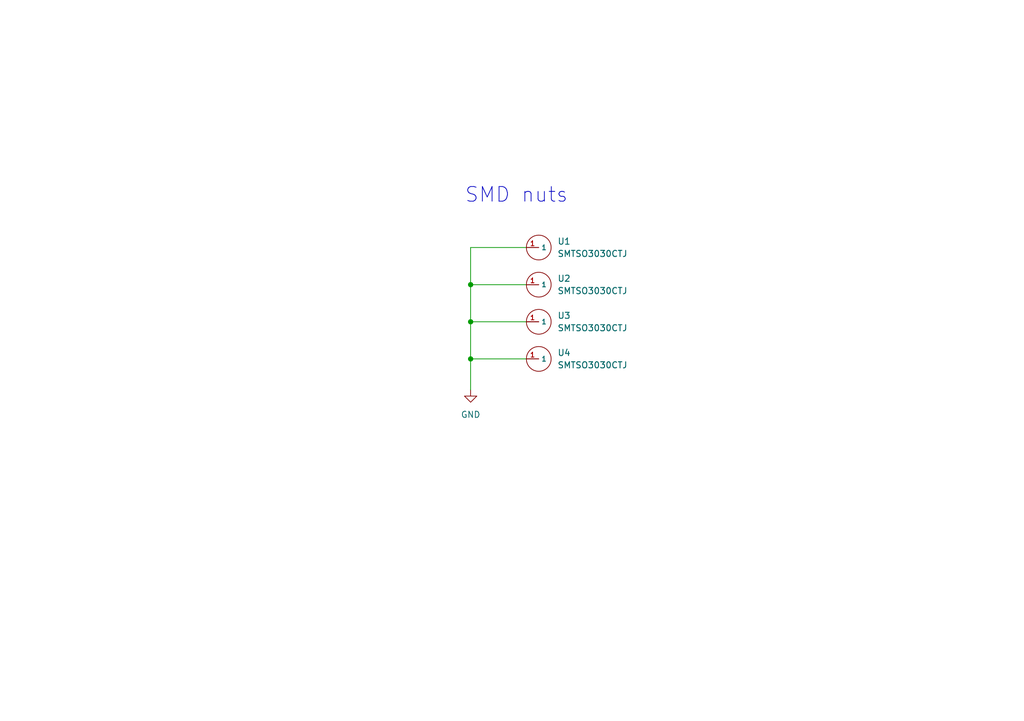
<source format=kicad_sch>
(kicad_sch (version 20211123) (generator eeschema)
  (paper "A5")
  (lib_symbols
    (symbol "MyParts:SMTSO3030CTJ"
      (property "Reference" "U?" (at 3.81 -5.0799 0))
      (property "Value" "SMTSO3030CTJ" (at 3.81 -7.6199 0))
      (symbol "SMTSO3030CTJ_0_0"
        (pin unspecified line (at -2.54 -6.35 0) (length 2.54) (name "1") (number "1"))
      )
      (symbol "SMTSO3030CTJ_0_1"
        (circle (center 0 -6.35) (radius 2.54) (stroke (width 0.1524)))
      )
    )
    (symbol "power:GND" (power) (pin_names (offset 0))
      (property "Value" "GND" (at 0 -3.81 0))
      (symbol "GND_0_1"
        (polyline (pts (xy 0 0) (xy 0 -1.27) (xy 1.27 -1.27) (xy 0 -2.54) (xy -1.27 -1.27) (xy 0 -1.27)))
      )
      (symbol "GND_1_1"
        (pin power_in line (at 0 0 270) (length 0) hide (name "GND") (number "1"))
      )
    )
  )
  (junction (at 96.52 73.66))
  (junction (at 96.52 58.42))
  (junction (at 96.52 66.04))
  (wire (pts (xy 107.95 66.04) (xy 96.52 66.04)))
  (wire (pts (xy 96.52 58.42) (xy 96.52 66.04)))
  (wire (pts (xy 96.52 73.66) (xy 96.52 80.01)))
  (wire (pts (xy 96.52 50.8) (xy 96.52 58.42)))
  (wire (pts (xy 107.95 58.42) (xy 96.52 58.42)))
  (wire (pts (xy 96.52 66.04) (xy 96.52 73.66)))
  (wire (pts (xy 107.95 50.8) (xy 96.52 50.8)))
  (wire (pts (xy 107.95 73.66) (xy 96.52 73.66)))
  (text "SMD nuts" (at 95.25 41.91 0) (effects (font (size 3 3)) (justify left bottom)))
  (symbol (lib_id "MyParts:SMTSO3030CTJ") (at 110.49 59.69 0) (unit 1)
    (property "Reference" "U3" (at 114.3 64.7699 0) (effects (justify left)))
    (property "Value" "SMTSO3030CTJ" (at 114.3 67.3099 0) (effects (justify left)))
    (property "Footprint" "footprint:SMTSO3030CTJ No hole" (effects hide))
    (property "LCSC #" "C2915308" (effects hide))
  )
  (symbol (lib_id "power:GND") (at 96.52 80.01 0) (unit 1)
    (property "Reference" "#PWR0101" (effects hide))
    (property "Value" "GND" (at 96.52 85.09 0))
  )
  (symbol (lib_id "MyParts:SMTSO3030CTJ") (at 110.49 44.45 0) (unit 1)
    (property "Reference" "U1" (at 114.3 49.5299 0) (effects (justify left)))
    (property "Value" "SMTSO3030CTJ" (at 114.3 52.0699 0) (effects (justify left)))
    (property "Footprint" "footprint:SMTSO3030CTJ No hole" (effects hide))
    (property "LCSC #" "C2915308" (effects hide))
  )
  (symbol (lib_id "MyParts:SMTSO3030CTJ") (at 110.49 67.31 0) (unit 1)
    (property "Reference" "U4" (at 114.3 72.3899 0) (effects (justify left)))
    (property "Value" "SMTSO3030CTJ" (at 114.3 74.9299 0) (effects (justify left)))
    (property "Footprint" "footprint:SMTSO3030CTJ No hole" (effects hide))
    (property "LCSC #" "C2915308" (effects hide))
  )
  (symbol (lib_id "MyParts:SMTSO3030CTJ") (at 110.49 52.07 0) (unit 1)
    (property "Reference" "U2" (at 114.3 57.1499 0) (effects (justify left)))
    (property "Value" "SMTSO3030CTJ" (at 114.3 59.6899 0) (effects (justify left)))
    (property "Footprint" "footprint:SMTSO3030CTJ No hole" (effects hide))
    (property "LCSC #" "C2915308" (effects hide))
  )
)
</source>
